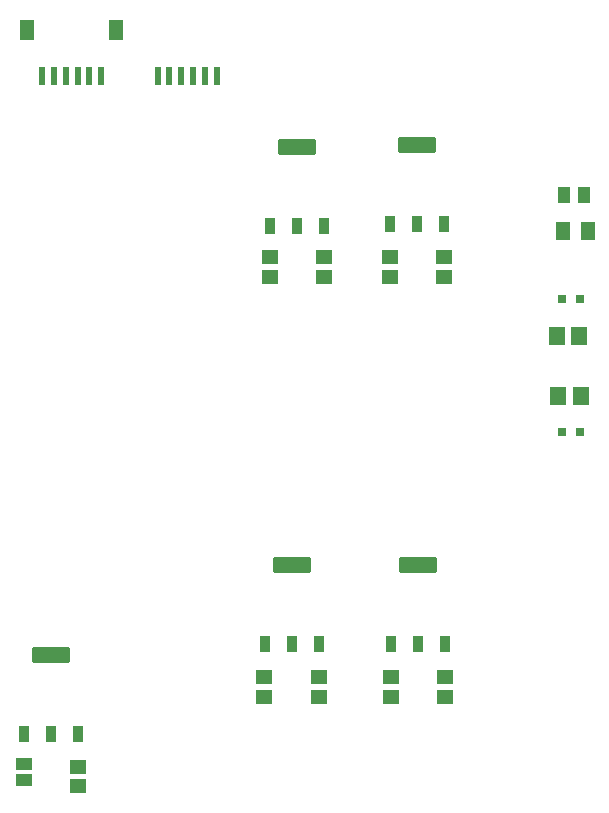
<source format=gtp>
G04*
G04 #@! TF.GenerationSoftware,Altium Limited,Altium Designer,22.1.2 (22)*
G04*
G04 Layer_Color=8421504*
%FSLAX42Y42*%
%MOMM*%
G71*
G04*
G04 #@! TF.SameCoordinates,3311E10D-72A5-427B-B7FE-1BE08177FCE0*
G04*
G04*
G04 #@! TF.FilePolarity,Positive*
G04*
G01*
G75*
%ADD16R,0.60X1.55*%
%ADD17R,1.20X1.80*%
%ADD18R,1.40X1.55*%
%ADD19R,1.20X1.50*%
%ADD20R,0.80X0.80*%
G04:AMPARAMS|DCode=21|XSize=0.93mm|YSize=1.31mm|CornerRadius=0.07mm|HoleSize=0mm|Usage=FLASHONLY|Rotation=0.000|XOffset=0mm|YOffset=0mm|HoleType=Round|Shape=RoundedRectangle|*
%AMROUNDEDRECTD21*
21,1,0.93,1.17,0,0,0.0*
21,1,0.79,1.31,0,0,0.0*
1,1,0.14,0.40,-0.59*
1,1,0.14,-0.40,-0.59*
1,1,0.14,-0.40,0.59*
1,1,0.14,0.40,0.59*
%
%ADD21ROUNDEDRECTD21*%
G04:AMPARAMS|DCode=22|XSize=3.24mm|YSize=1.31mm|CornerRadius=0.1mm|HoleSize=0mm|Usage=FLASHONLY|Rotation=0.000|XOffset=0mm|YOffset=0mm|HoleType=Round|Shape=RoundedRectangle|*
%AMROUNDEDRECTD22*
21,1,3.24,1.11,0,0,0.0*
21,1,3.04,1.31,0,0,0.0*
1,1,0.20,1.52,-0.56*
1,1,0.20,-1.52,-0.56*
1,1,0.20,-1.52,0.56*
1,1,0.20,1.52,0.56*
%
%ADD22ROUNDEDRECTD22*%
%ADD23R,1.35X1.10*%
%ADD24R,1.46X1.30*%
%ADD25R,1.40X1.20*%
%ADD26R,1.06X1.36*%
D16*
X1833Y6600D02*
D03*
X1933D02*
D03*
X2033D02*
D03*
X2133D02*
D03*
X2233D02*
D03*
X2333D02*
D03*
X855D02*
D03*
X955D02*
D03*
X1055D02*
D03*
X1155D02*
D03*
X1255D02*
D03*
X1355D02*
D03*
D17*
X1485Y6988D02*
D03*
X725D02*
D03*
D18*
X5214Y4394D02*
D03*
X5404D02*
D03*
X5226Y3886D02*
D03*
X5416D02*
D03*
D19*
X5264Y5283D02*
D03*
X5474D02*
D03*
D20*
X5259Y4712D02*
D03*
X5409D02*
D03*
X5259Y3581D02*
D03*
X5409D02*
D03*
D21*
X698Y1024D02*
D03*
X927D02*
D03*
X1156D02*
D03*
X3810Y1786D02*
D03*
X4039D02*
D03*
X4268D02*
D03*
X2743D02*
D03*
X2972D02*
D03*
X3201D02*
D03*
X3797Y5342D02*
D03*
X4026D02*
D03*
X4255D02*
D03*
X2781Y5330D02*
D03*
X3010D02*
D03*
X3239D02*
D03*
D22*
X927Y1693D02*
D03*
X4039Y2455D02*
D03*
X2972D02*
D03*
X4026Y6011D02*
D03*
X3010Y5999D02*
D03*
D23*
X699Y775D02*
D03*
Y635D02*
D03*
D24*
X1156Y588D02*
D03*
Y749D02*
D03*
D25*
X3810Y1507D02*
D03*
Y1337D02*
D03*
X4267Y1507D02*
D03*
Y1337D02*
D03*
X2731Y1511D02*
D03*
Y1341D02*
D03*
X3200Y1511D02*
D03*
Y1341D02*
D03*
X3797Y5063D02*
D03*
Y4893D02*
D03*
X4254Y5063D02*
D03*
Y4893D02*
D03*
X2781Y5063D02*
D03*
Y4893D02*
D03*
X3238Y5067D02*
D03*
Y4897D02*
D03*
D26*
X5447Y5588D02*
D03*
X5272D02*
D03*
M02*

</source>
